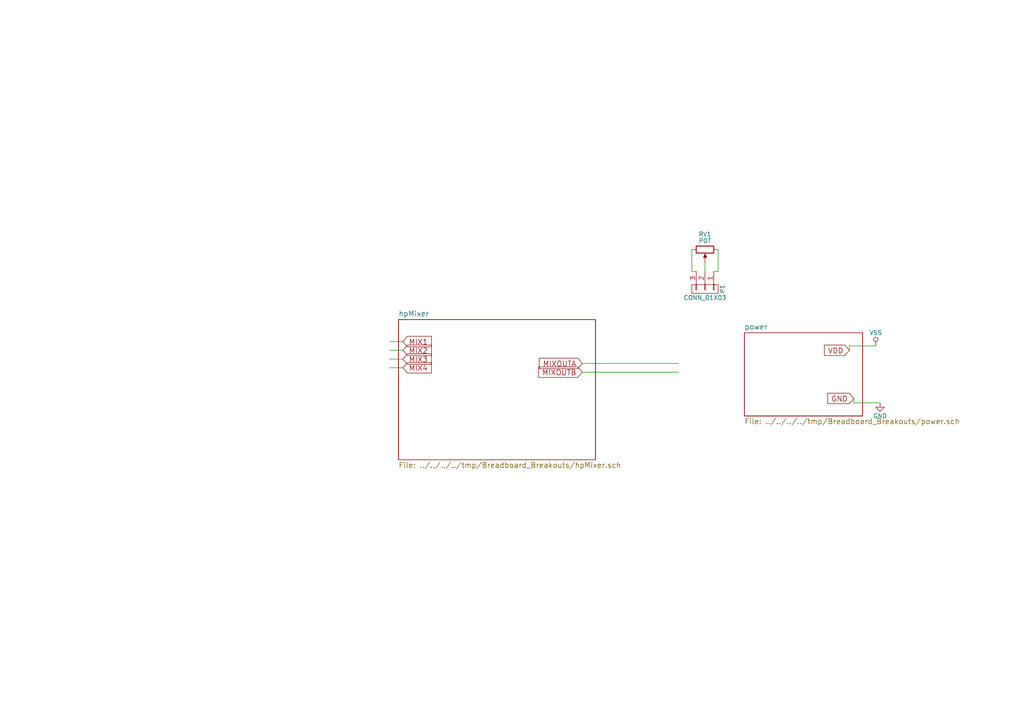
<source format=kicad_sch>
(kicad_sch (version 20230121) (generator eeschema)
  (paper "A4")
  (lib_symbols
    (symbol "breadboard_breakouts-rescue:9mm_Potentiometer" (pin_numbers hide) (pin_names (offset 1.016) hide)
      (property "Reference" "RV" (at -4.445 0 90))
      (property "Value" "9mm_Potentiometer" (at -2.54 0 90))
      (symbol "9mm_Potentiometer_0_1"
        (polyline (pts (xy 2.54 0) (xy 1.524 0)))
        (polyline (pts (xy 1.143 0) (xy 2.286 0.508) (xy 2.286 -0.508)) (fill (type outline)))
        (rectangle (start 1.016 2.54) (end -1.016 -2.54) (stroke (width 0.254)))
      )
      (symbol "9mm_Potentiometer_1_1"
        (pin passive line (at 0 3.81 270) (length 1.27) (name "1") (number "1"))
        (pin passive line (at 3.81 0 180) (length 1.27) (name "2") (number "2"))
        (pin passive line (at 0 -3.81 90) (length 1.27) (name "3") (number "3"))
      )
    )
    (symbol "breadboard_breakouts-rescue:CONN_01X03" (pin_names (offset 1.016) hide)
      (property "Reference" "J" (at 0 5.08 0))
      (property "Value" "CONN_01X03" (at 2.54 0 90))
      (symbol "CONN_01X03_0_1"
        (rectangle (start -1.27 -2.413) (end 0.254 -2.667))
        (rectangle (start -1.27 0.127) (end 0.254 -0.127))
        (rectangle (start -1.27 2.667) (end 0.254 2.413))
        (rectangle (start -1.27 3.81) (end 1.27 -3.81))
      )
      (symbol "CONN_01X03_1_1"
        (pin passive line (at -5.08 2.54 0) (length 3.81) (name "P1") (number "1"))
        (pin passive line (at -5.08 0 0) (length 3.81) (name "P2") (number "2"))
        (pin passive line (at -5.08 -2.54 0) (length 3.81) (name "P3") (number "3"))
      )
    )
    (symbol "breadboard_breakouts-rescue:GND" (power) (pin_names (offset 0))
      (property "Value" "GND" (at 0 -3.81 0))
      (symbol "GND_0_1"
        (polyline (pts (xy 0 0) (xy 0 -1.27) (xy 1.27 -1.27) (xy 0 -2.54) (xy -1.27 -1.27) (xy 0 -1.27)))
      )
      (symbol "GND_1_1"
        (pin power_in line (at 0 0 270) (length 0) hide (name "GND") (number "1"))
      )
    )
    (symbol "breadboard_breakouts-rescue:VSS" (power) (pin_names (offset 0))
      (property "Value" "VSS" (at 0 3.81 0))
      (symbol "VSS_0_1"
        (polyline (pts (xy 0 0) (xy 0 1.27)))
        (circle (center 0 1.905) (radius 0.635))
      )
      (symbol "VSS_1_1"
        (pin power_in line (at 0 0 90) (length 0) hide (name "VSS") (number "1"))
      )
    )
  )
  (wire (pts (xy 113.03 99.06) (xy 116.84 99.06)))
  (wire (pts (xy 113.03 104.14) (xy 116.84 104.14)))
  (wire (pts (xy 255.27 116.84) (xy 247.65 116.84)))
  (wire (pts (xy 207.01 78.74) (xy 208.28 78.74)))
  (wire (pts (xy 254 100.33) (xy 246.38 100.33)))
  (wire (pts (xy 247.65 116.84) (xy 247.65 115.57)))
  (wire (pts (xy 208.28 78.74) (xy 208.28 72.39)))
  (wire (pts (xy 168.91 105.41) (xy 196.85 105.41)))
  (wire (pts (xy 204.47 78.74) (xy 204.47 76.2)))
  (wire (pts (xy 113.03 106.68) (xy 116.84 106.68)))
  (wire (pts (xy 168.91 107.95) (xy 196.85 107.95)))
  (wire (pts (xy 113.03 101.6) (xy 116.84 101.6)))
  (wire (pts (xy 200.66 78.74) (xy 200.66 72.39)))
  (wire (pts (xy 246.38 100.33) (xy 246.38 101.6)))
  (wire (pts (xy 201.93 78.74) (xy 200.66 78.74)))
  (global_label "MIX4" (shape input) (at 116.84 106.68 0) (effects (font (size 1.524 1.524))) (property "Intersheetrefs" "${INTERSHEET_REFS}" (effects hide)))
  (global_label "VDD" (shape input) (at 246.38 101.6 180) (effects (font (size 1.524 1.524))) (property "Intersheetrefs" "${INTERSHEET_REFS}" (effects hide)))
  (global_label "GND" (shape input) (at 247.65 115.57 180) (effects (font (size 1.524 1.524))) (property "Intersheetrefs" "${INTERSHEET_REFS}" (effects hide)))
  (global_label "MIX1" (shape input) (at 116.84 99.06 0) (effects (font (size 1.524 1.524))) (property "Intersheetrefs" "${INTERSHEET_REFS}" (effects hide)))
  (global_label "MIXOUTB" (shape input) (at 168.91 107.95 180) (effects (font (size 1.524 1.524))) (property "Intersheetrefs" "${INTERSHEET_REFS}" (effects hide)))
  (global_label "MIX2" (shape input) (at 116.84 101.6 0) (effects (font (size 1.524 1.524))) (property "Intersheetrefs" "${INTERSHEET_REFS}" (effects hide)))
  (global_label "MIXOUTA" (shape input) (at 168.91 105.41 180) (effects (font (size 1.524 1.524))) (property "Intersheetrefs" "${INTERSHEET_REFS}" (effects hide)))
  (global_label "MIX3" (shape input) (at 116.84 104.14 0) (effects (font (size 1.524 1.524))) (property "Intersheetrefs" "${INTERSHEET_REFS}" (effects hide)))
  (symbol (lib_id "breadboard_breakouts-rescue:VSS") (at 254 100.33 0) (unit 1)
    (property "Reference" "#PWR1" (effects hide))
    (property "Value" "VSS" (at 254 96.52 0))
  )
  (symbol (lib_id "breadboard_breakouts-rescue:GND") (at 255.27 116.84 0) (unit 1)
    (property "Reference" "#PWR2" (effects hide))
    (property "Value" "GND" (at 255.27 120.65 0))
  )
  (symbol (lib_id "breadboard_breakouts-rescue:9mm_Potentiometer") (at 204.47 72.39 270) (unit 1)
    (property "Reference" "RV1" (at 204.47 67.945 90))
    (property "Value" "POT" (at 204.47 69.85 90))
    (property "Footprint" "4ms-footprints:POT-9MM-ALPHA" (effects hide))
  )
  (symbol (lib_id "breadboard_breakouts-rescue:CONN_01X03") (at 204.47 83.82 270) (unit 1)
    (property "Reference" "P1" (at 209.55 83.82 0))
    (property "Value" "CONN_01X03" (at 204.47 86.36 90))
    (property "Footprint" "Pin_Headers:Pin_Header_Straight_1x03_Pitch2.54mm" (effects hide))
  )
  (sheet (at 115.57 92.71) (size 57.15 40.64)
    (property "Sheetname" "hpMixer" (at 115.57 91.8714 0) (effects (font (size 1.524 1.524)) (justify left bottom)))
    (property "Sheetfile" "../../../../tmp/Breadboard_Breakouts/hpMixer.sch" (at 115.57 134.0362 0) (effects (font (size 1.524 1.524)) (justify left top)))
  )
  (sheet (at 215.9 96.52) (size 34.29 24.13)
    (property "Sheetname" "power" (at 215.9 95.6814 0) (effects (font (size 1.524 1.524)) (justify left bottom)))
    (property "Sheetfile" "../../../../tmp/Breadboard_Breakouts/power.sch" (at 215.9 121.3362 0) (effects (font (size 1.524 1.524)) (justify left top)))
  )
)
</source>
